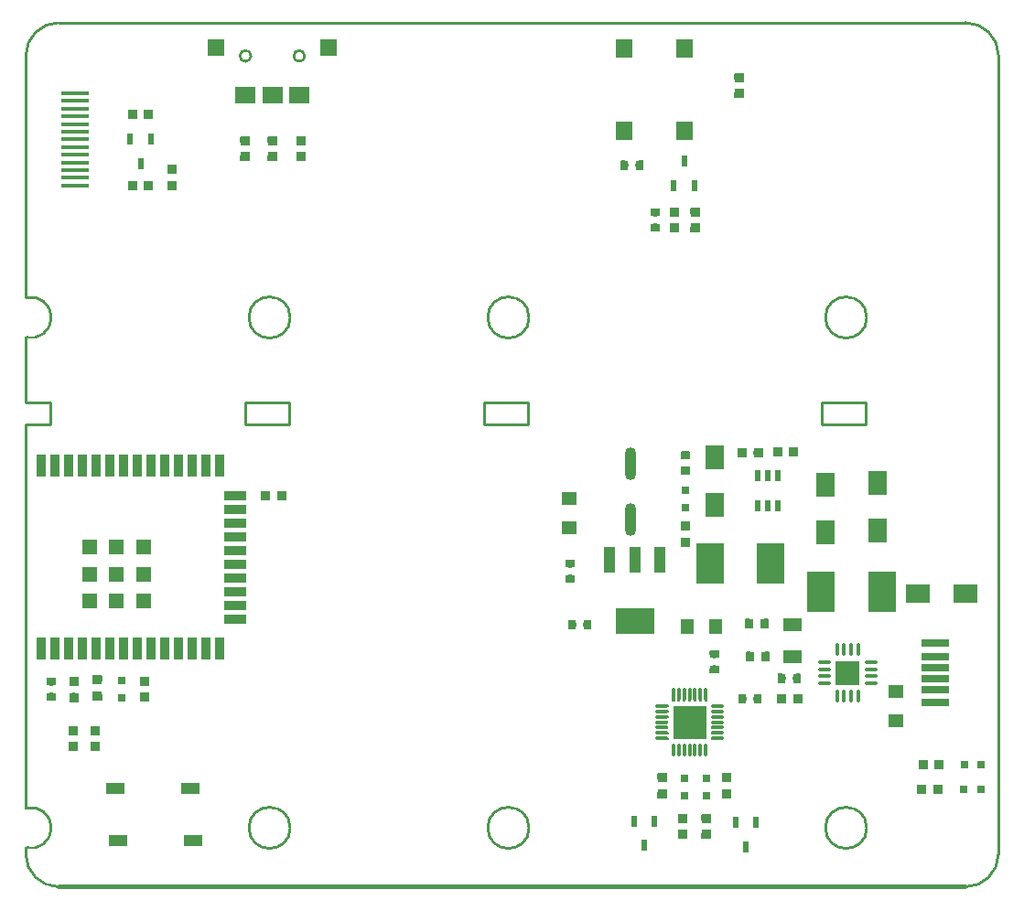
<source format=gtp>
G04*
G04 #@! TF.GenerationSoftware,Altium Limited,Altium Designer,20.2.6 (244)*
G04*
G04 Layer_Color=8421504*
%FSLAX24Y24*%
%MOIN*%
G70*
G04*
G04 #@! TF.SameCoordinates,2017631A-D77C-4579-BA5B-B5A4186395AE*
G04*
G04*
G04 #@! TF.FilePolarity,Positive*
G04*
G01*
G75*
%ADD11C,0.0100*%
%ADD17C,0.0080*%
%ADD18R,0.0340X0.0318*%
%ADD19R,0.0209X0.0421*%
%ADD20R,0.0315X0.0315*%
%ADD21R,0.0315X0.0315*%
%ADD22R,0.0318X0.0340*%
%ADD23R,0.0860X0.0669*%
%ADD24R,0.1000X0.0315*%
%ADD25R,0.1000X0.0276*%
%ADD26R,0.0866X0.0866*%
%ADD27O,0.0500X0.0138*%
%ADD28O,0.0138X0.0500*%
%ADD29R,0.0315X0.0354*%
%ADD30R,0.0670X0.0475*%
%ADD31R,0.0354X0.0315*%
%ADD32R,0.0984X0.1496*%
%ADD33R,0.0669X0.0860*%
%ADD34R,0.0217X0.0394*%
%ADD35O,0.0400X0.1200*%
%ADD36O,0.0500X0.0110*%
%ADD37R,0.1240X0.1240*%
%ADD38O,0.0110X0.0500*%
%ADD39R,0.0472X0.0551*%
%ADD40R,0.1417X0.0972*%
%ADD41R,0.0386X0.0972*%
%ADD42R,0.0700X0.0400*%
%ADD43R,0.0600X0.0700*%
%ADD44R,0.0600X0.0600*%
%ADD45R,0.0750X0.0610*%
%ADD46R,0.1000X0.0160*%
%ADD47R,0.0787X0.0354*%
%ADD48R,0.0354X0.0787*%
%ADD49R,0.0524X0.0524*%
%ADD50R,0.0551X0.0472*%
G36*
X60470Y47580D02*
Y47382D01*
X60354Y47274D01*
X60246D01*
X60130Y47382D01*
Y47580D01*
X60155Y47605D01*
X60445D01*
X60470Y47580D01*
D02*
G37*
G36*
Y46918D02*
Y46720D01*
X60445Y46695D01*
X60155D01*
X60130Y46720D01*
Y46918D01*
X60246Y47026D01*
X60354D01*
X60470Y46918D01*
D02*
G37*
G36*
X38955Y46245D02*
Y45955D01*
X38930Y45930D01*
X38732D01*
X38624Y46046D01*
Y46154D01*
X38732Y46270D01*
X38930D01*
X38955Y46245D01*
D02*
G37*
G36*
X38376Y46154D02*
Y46046D01*
X38268Y45930D01*
X38070D01*
X38045Y45955D01*
Y46245D01*
X38070Y46270D01*
X38268D01*
X38376Y46154D01*
D02*
G37*
G36*
X44520Y45280D02*
Y45082D01*
X44404Y44974D01*
X44296D01*
X44180Y45082D01*
Y45280D01*
X44205Y45305D01*
X44495D01*
X44520Y45280D01*
D02*
G37*
G36*
X43470D02*
Y45082D01*
X43354Y44974D01*
X43246D01*
X43130Y45082D01*
Y45280D01*
X43155Y45305D01*
X43445D01*
X43470Y45280D01*
D02*
G37*
G36*
X42470D02*
Y45082D01*
X42354Y44974D01*
X42246D01*
X42130Y45082D01*
Y45280D01*
X42155Y45305D01*
X42445D01*
X42470Y45280D01*
D02*
G37*
G36*
X44520Y44618D02*
Y44420D01*
X44495Y44395D01*
X44205D01*
X44180Y44420D01*
Y44618D01*
X44296Y44726D01*
X44404D01*
X44520Y44618D01*
D02*
G37*
G36*
X43470D02*
Y44420D01*
X43445Y44395D01*
X43155D01*
X43130Y44420D01*
Y44618D01*
X43246Y44726D01*
X43354D01*
X43470Y44618D01*
D02*
G37*
G36*
X42470D02*
Y44420D01*
X42445Y44395D01*
X42155D01*
X42130Y44420D01*
Y44618D01*
X42246Y44726D01*
X42354D01*
X42470Y44618D01*
D02*
G37*
G36*
X56824Y44395D02*
Y44105D01*
X56799Y44080D01*
X56683D01*
X56524Y44196D01*
Y44304D01*
X56683Y44420D01*
X56799D01*
X56824Y44395D01*
D02*
G37*
G36*
X56276Y44304D02*
Y44196D01*
X56117Y44080D01*
X56001D01*
X55976Y44105D01*
Y44395D01*
X56001Y44420D01*
X56117D01*
X56276Y44304D01*
D02*
G37*
G36*
X39820Y44230D02*
Y44032D01*
X39704Y43924D01*
X39596D01*
X39480Y44032D01*
Y44230D01*
X39505Y44255D01*
X39795D01*
X39820Y44230D01*
D02*
G37*
G36*
Y43568D02*
Y43370D01*
X39795Y43345D01*
X39505D01*
X39480Y43370D01*
Y43568D01*
X39596Y43676D01*
X39704D01*
X39820Y43568D01*
D02*
G37*
G36*
X38955Y43645D02*
Y43355D01*
X38930Y43330D01*
X38732D01*
X38624Y43446D01*
Y43554D01*
X38732Y43670D01*
X38930D01*
X38955Y43645D01*
D02*
G37*
G36*
X38376Y43554D02*
Y43446D01*
X38268Y43330D01*
X38070D01*
X38045Y43355D01*
Y43645D01*
X38070Y43670D01*
X38268D01*
X38376Y43554D01*
D02*
G37*
G36*
X58870Y42680D02*
Y42482D01*
X58754Y42374D01*
X58646D01*
X58530Y42482D01*
Y42680D01*
X58555Y42705D01*
X58845D01*
X58870Y42680D01*
D02*
G37*
G36*
X58120D02*
Y42482D01*
X58004Y42374D01*
X57896D01*
X57780Y42482D01*
Y42680D01*
X57805Y42705D01*
X58095D01*
X58120Y42680D01*
D02*
G37*
G36*
X57420Y42649D02*
Y42533D01*
X57304Y42374D01*
X57196D01*
X57080Y42533D01*
Y42649D01*
X57105Y42674D01*
X57395D01*
X57420Y42649D01*
D02*
G37*
G36*
Y41967D02*
Y41851D01*
X57395Y41826D01*
X57105D01*
X57080Y41851D01*
Y41967D01*
X57196Y42126D01*
X57304D01*
X57420Y41967D01*
D02*
G37*
G36*
X58870Y42018D02*
Y41820D01*
X58845Y41795D01*
X58555D01*
X58530Y41820D01*
Y42018D01*
X58646Y42126D01*
X58754D01*
X58870Y42018D01*
D02*
G37*
G36*
X58120D02*
Y41820D01*
X58095Y41795D01*
X57805D01*
X57780Y41820D01*
Y42018D01*
X57896Y42126D01*
X58004D01*
X58120Y42018D01*
D02*
G37*
G36*
X62455Y33945D02*
Y33655D01*
X62430Y33630D01*
X62232D01*
X62124Y33746D01*
Y33854D01*
X62232Y33970D01*
X62430D01*
X62455Y33945D01*
D02*
G37*
G36*
X61876Y33854D02*
Y33746D01*
X61768Y33630D01*
X61570D01*
X61545Y33655D01*
Y33945D01*
X61570Y33970D01*
X61768D01*
X61876Y33854D01*
D02*
G37*
G36*
X61159Y33920D02*
Y33631D01*
X61134Y33605D01*
X60936D01*
X60828Y33721D01*
Y33830D01*
X60936Y33946D01*
X61134D01*
X61159Y33920D01*
D02*
G37*
G36*
X60580Y33830D02*
Y33721D01*
X60472Y33605D01*
X60274D01*
X60249Y33631D01*
Y33920D01*
X60274Y33946D01*
X60472D01*
X60580Y33830D01*
D02*
G37*
G36*
X58520Y33799D02*
Y33683D01*
X58404Y33524D01*
X58296D01*
X58180Y33683D01*
Y33799D01*
X58205Y33824D01*
X58495D01*
X58520Y33799D01*
D02*
G37*
G36*
Y33117D02*
Y33001D01*
X58495Y32976D01*
X58205D01*
X58180Y33001D01*
Y33117D01*
X58296Y33276D01*
X58404D01*
X58520Y33117D01*
D02*
G37*
G36*
X43805Y32345D02*
Y32055D01*
X43780Y32030D01*
X43582D01*
X43474Y32146D01*
Y32254D01*
X43582Y32370D01*
X43780D01*
X43805Y32345D01*
D02*
G37*
G36*
X43226Y32254D02*
Y32146D01*
X43118Y32030D01*
X42920D01*
X42895Y32055D01*
Y32345D01*
X42920Y32370D01*
X43118D01*
X43226Y32254D01*
D02*
G37*
G36*
X58520Y31230D02*
Y31032D01*
X58404Y30924D01*
X58296D01*
X58180Y31032D01*
Y31230D01*
X58205Y31255D01*
X58495D01*
X58520Y31230D01*
D02*
G37*
G36*
Y30568D02*
Y30370D01*
X58495Y30345D01*
X58205D01*
X58180Y30370D01*
Y30568D01*
X58296Y30676D01*
X58404D01*
X58520Y30568D01*
D02*
G37*
G36*
X54320Y29849D02*
Y29733D01*
X54204Y29574D01*
X54096D01*
X53980Y29733D01*
Y29849D01*
X54005Y29874D01*
X54295D01*
X54320Y29849D01*
D02*
G37*
G36*
Y29167D02*
Y29051D01*
X54295Y29026D01*
X54005D01*
X53980Y29051D01*
Y29167D01*
X54096Y29326D01*
X54204D01*
X54320Y29167D01*
D02*
G37*
G36*
X61374Y27695D02*
Y27405D01*
X61349Y27380D01*
X61233D01*
X61074Y27496D01*
Y27604D01*
X61233Y27720D01*
X61349D01*
X61374Y27695D01*
D02*
G37*
G36*
X60826Y27604D02*
Y27496D01*
X60667Y27380D01*
X60551D01*
X60526Y27405D01*
Y27695D01*
X60551Y27720D01*
X60667D01*
X60826Y27604D01*
D02*
G37*
G36*
X54924Y27645D02*
Y27355D01*
X54899Y27330D01*
X54783D01*
X54624Y27446D01*
Y27554D01*
X54783Y27670D01*
X54899D01*
X54924Y27645D01*
D02*
G37*
G36*
X54376Y27554D02*
Y27446D01*
X54217Y27330D01*
X54101D01*
X54076Y27355D01*
Y27645D01*
X54101Y27670D01*
X54217D01*
X54376Y27554D01*
D02*
G37*
G36*
X62585Y27698D02*
Y27302D01*
X62545Y27262D01*
X62403D01*
X62364Y27302D01*
Y27385D01*
X62324Y27424D01*
X62176D01*
X62136Y27385D01*
Y27302D01*
X62097Y27262D01*
X61955D01*
X61915Y27302D01*
Y27698D01*
X61955Y27738D01*
X62545D01*
X62585Y27698D01*
D02*
G37*
G36*
Y26534D02*
Y26137D01*
X62545Y26098D01*
X61955D01*
X61915Y26137D01*
Y26534D01*
X61955Y26573D01*
X62097D01*
X62136Y26534D01*
Y26451D01*
X62176Y26412D01*
X62324D01*
X62364Y26451D01*
Y26534D01*
X62403Y26573D01*
X62545D01*
X62585Y26534D01*
D02*
G37*
G36*
X59570Y26549D02*
Y26433D01*
X59454Y26274D01*
X59346D01*
X59230Y26433D01*
Y26549D01*
X59255Y26574D01*
X59545D01*
X59570Y26549D01*
D02*
G37*
G36*
X61400Y26495D02*
Y26205D01*
X61375Y26180D01*
X61258D01*
X61100Y26296D01*
Y26404D01*
X61258Y26520D01*
X61375D01*
X61400Y26495D01*
D02*
G37*
G36*
X60852Y26404D02*
Y26296D01*
X60693Y26180D01*
X60576D01*
X60551Y26205D01*
Y26495D01*
X60576Y26520D01*
X60693D01*
X60852Y26404D01*
D02*
G37*
G36*
X59570Y25867D02*
Y25751D01*
X59545Y25726D01*
X59255D01*
X59230Y25751D01*
Y25867D01*
X59346Y26026D01*
X59454D01*
X59570Y25867D01*
D02*
G37*
G36*
X62550Y25695D02*
Y25405D01*
X62525Y25380D01*
X62408D01*
X62250Y25496D01*
Y25604D01*
X62408Y25720D01*
X62525D01*
X62550Y25695D01*
D02*
G37*
G36*
X62002Y25604D02*
Y25496D01*
X61843Y25380D01*
X61726D01*
X61701Y25405D01*
Y25695D01*
X61726Y25720D01*
X61843D01*
X62002Y25604D01*
D02*
G37*
G36*
X37100Y25627D02*
Y25429D01*
X36985Y25321D01*
X36876D01*
X36760Y25429D01*
Y25627D01*
X36785Y25652D01*
X37075D01*
X37100Y25627D01*
D02*
G37*
G36*
X38820Y25580D02*
Y25382D01*
X38704Y25274D01*
X38596D01*
X38480Y25382D01*
Y25580D01*
X38505Y25605D01*
X38795D01*
X38820Y25580D01*
D02*
G37*
G36*
X35420Y25549D02*
Y25433D01*
X35304Y25274D01*
X35196D01*
X35080Y25433D01*
Y25549D01*
X35105Y25574D01*
X35395D01*
X35420Y25549D01*
D02*
G37*
G36*
X36240Y25577D02*
Y25379D01*
X36125Y25271D01*
X36016D01*
X35900Y25379D01*
Y25577D01*
X35926Y25602D01*
X36215D01*
X36240Y25577D01*
D02*
G37*
G36*
X37100Y24965D02*
Y24766D01*
X37075Y24741D01*
X36785D01*
X36760Y24766D01*
Y24965D01*
X36876Y25073D01*
X36985D01*
X37100Y24965D01*
D02*
G37*
G36*
X35420Y24867D02*
Y24751D01*
X35395Y24726D01*
X35105D01*
X35080Y24751D01*
Y24867D01*
X35196Y25026D01*
X35304D01*
X35420Y24867D01*
D02*
G37*
G36*
X59146Y25060D02*
Y25037D01*
Y24773D01*
Y24750D01*
X59114Y24718D01*
X59068D01*
X59036Y24750D01*
Y24773D01*
Y25037D01*
Y25060D01*
X59068Y25092D01*
X59114D01*
X59146Y25060D01*
D02*
G37*
G36*
X58949D02*
Y25037D01*
Y24773D01*
Y24750D01*
X58917Y24718D01*
X58871D01*
X58839Y24750D01*
Y24773D01*
Y25037D01*
Y25060D01*
X58871Y25092D01*
X58917D01*
X58949Y25060D01*
D02*
G37*
G36*
X58752D02*
Y25037D01*
Y24773D01*
Y24750D01*
X58720Y24718D01*
X58674D01*
X58642Y24750D01*
Y24773D01*
Y25037D01*
Y25060D01*
X58674Y25092D01*
X58720D01*
X58752Y25060D01*
D02*
G37*
G36*
X58555D02*
Y25037D01*
Y24773D01*
Y24750D01*
X58523Y24718D01*
X58477D01*
X58445Y24750D01*
Y24773D01*
Y25037D01*
Y25060D01*
X58477Y25092D01*
X58523D01*
X58555Y25060D01*
D02*
G37*
G36*
X58358D02*
Y25037D01*
Y24773D01*
Y24750D01*
X58326Y24718D01*
X58280D01*
X58248Y24750D01*
Y24773D01*
Y25037D01*
Y25060D01*
X58280Y25092D01*
X58326D01*
X58358Y25060D01*
D02*
G37*
G36*
X58161D02*
Y25037D01*
Y24773D01*
Y24750D01*
X58129Y24718D01*
X58083D01*
X58051Y24750D01*
Y24773D01*
Y25037D01*
Y25060D01*
X58083Y25092D01*
X58129D01*
X58161Y25060D01*
D02*
G37*
G36*
X57964D02*
Y25037D01*
Y24773D01*
Y24750D01*
X57932Y24718D01*
X57886D01*
X57854Y24750D01*
Y24773D01*
Y25037D01*
Y25060D01*
X57886Y25092D01*
X57932D01*
X57964Y25060D01*
D02*
G37*
G36*
X38820Y24918D02*
Y24720D01*
X38795Y24695D01*
X38505D01*
X38480Y24720D01*
Y24918D01*
X38596Y25026D01*
X38704D01*
X38820Y24918D01*
D02*
G37*
G36*
X36240Y24915D02*
Y24716D01*
X36215Y24691D01*
X35926D01*
X35900Y24716D01*
Y24915D01*
X36016Y25023D01*
X36125D01*
X36240Y24915D01*
D02*
G37*
G36*
X62609Y24945D02*
Y24655D01*
X62584Y24630D01*
X62385D01*
X62277Y24746D01*
Y24854D01*
X62385Y24970D01*
X62584D01*
X62609Y24945D01*
D02*
G37*
G36*
X62029Y24854D02*
Y24746D01*
X61921Y24630D01*
X61723D01*
X61698Y24655D01*
Y24945D01*
X61723Y24970D01*
X61921D01*
X62029Y24854D01*
D02*
G37*
G36*
X61124Y24945D02*
Y24655D01*
X61099Y24630D01*
X60983D01*
X60824Y24746D01*
Y24854D01*
X60983Y24970D01*
X61099D01*
X61124Y24945D01*
D02*
G37*
G36*
X60576Y24854D02*
Y24746D01*
X60417Y24630D01*
X60301D01*
X60276Y24655D01*
Y24945D01*
X60301Y24970D01*
X60417D01*
X60576Y24854D01*
D02*
G37*
G36*
X59609Y24596D02*
X59641Y24564D01*
Y24518D01*
X59609Y24486D01*
X59587Y24486D01*
Y24486D01*
X59323Y24486D01*
X59300Y24486D01*
X59268Y24518D01*
Y24564D01*
X59300Y24596D01*
X59323Y24596D01*
X59587D01*
X59609Y24596D01*
D02*
G37*
G36*
X57700D02*
X57731Y24564D01*
Y24518D01*
X57700Y24486D01*
X57677Y24486D01*
Y24486D01*
X57413Y24486D01*
X57391Y24486D01*
X57359Y24518D01*
Y24564D01*
X57391Y24596D01*
X57413Y24596D01*
X57677D01*
X57700Y24596D01*
D02*
G37*
G36*
X59609Y24399D02*
X59641Y24367D01*
Y24321D01*
X59609Y24289D01*
X59587Y24289D01*
Y24289D01*
X59323Y24289D01*
X59300Y24289D01*
X59268Y24321D01*
Y24367D01*
X59300Y24399D01*
X59323Y24399D01*
X59587D01*
X59609Y24399D01*
D02*
G37*
G36*
X57700D02*
X57731Y24367D01*
Y24321D01*
X57700Y24289D01*
X57677Y24289D01*
Y24289D01*
X57413Y24289D01*
X57391Y24289D01*
X57359Y24321D01*
Y24367D01*
X57391Y24399D01*
X57413Y24399D01*
X57677D01*
X57700Y24399D01*
D02*
G37*
G36*
X59609Y24202D02*
X59641Y24170D01*
Y24124D01*
X59609Y24092D01*
X59587Y24092D01*
Y24092D01*
X59323Y24092D01*
X59300Y24092D01*
X59268Y24124D01*
Y24170D01*
X59300Y24202D01*
X59323Y24202D01*
X59587D01*
X59609Y24202D01*
D02*
G37*
G36*
X57700D02*
X57731Y24170D01*
Y24124D01*
X57700Y24092D01*
X57677Y24092D01*
Y24092D01*
X57413Y24092D01*
X57391Y24092D01*
X57359Y24124D01*
Y24170D01*
X57391Y24202D01*
X57413Y24202D01*
X57677D01*
X57700Y24202D01*
D02*
G37*
G36*
X59609Y24004D02*
X59640Y23972D01*
Y23928D01*
X59609Y23896D01*
X59587Y23895D01*
X59587Y23895D01*
X59323Y23895D01*
X59301Y23896D01*
X59270Y23928D01*
Y23972D01*
X59301Y24004D01*
X59323Y24005D01*
X59587D01*
X59609Y24004D01*
D02*
G37*
G36*
X57699D02*
X57730Y23972D01*
Y23928D01*
X57699Y23896D01*
X57677Y23895D01*
X57677Y23895D01*
X57413Y23895D01*
X57391Y23896D01*
X57360Y23928D01*
Y23972D01*
X57391Y24004D01*
X57413Y24005D01*
X57677D01*
X57699Y24004D01*
D02*
G37*
G36*
X59609Y23807D02*
X59640Y23775D01*
Y23731D01*
X59609Y23699D01*
X59587Y23698D01*
X59587Y23698D01*
X59323Y23698D01*
X59301Y23699D01*
X59270Y23731D01*
Y23775D01*
X59301Y23807D01*
X59323Y23808D01*
X59587D01*
X59609Y23807D01*
D02*
G37*
G36*
X57699D02*
X57730Y23775D01*
Y23731D01*
X57699Y23699D01*
X57677Y23698D01*
X57677Y23698D01*
X57413Y23698D01*
X57391Y23699D01*
X57360Y23731D01*
Y23775D01*
X57391Y23807D01*
X57413Y23808D01*
X57677D01*
X57699Y23807D01*
D02*
G37*
G36*
X59642Y23579D02*
Y23533D01*
X59609Y23501D01*
X59300D01*
X59268Y23533D01*
Y23579D01*
X59300Y23611D01*
X59609D01*
X59642Y23579D01*
D02*
G37*
G36*
X57732D02*
Y23533D01*
X57700Y23501D01*
X57390D01*
X57358Y23533D01*
Y23579D01*
X57390Y23611D01*
X57700D01*
X57732Y23579D01*
D02*
G37*
G36*
X37020Y23780D02*
Y23582D01*
X36904Y23474D01*
X36796D01*
X36680Y23582D01*
Y23780D01*
X36705Y23805D01*
X36995D01*
X37020Y23780D01*
D02*
G37*
G36*
X36220D02*
Y23582D01*
X36104Y23474D01*
X35996D01*
X35880Y23582D01*
Y23780D01*
X35905Y23805D01*
X36195D01*
X36220Y23780D01*
D02*
G37*
G36*
X58996Y23454D02*
X58004D01*
Y24446D01*
X58996D01*
Y23454D01*
D02*
G37*
G36*
X59642Y23382D02*
Y23336D01*
X59609Y23304D01*
X59300D01*
X59268Y23336D01*
Y23382D01*
X59300Y23414D01*
X59609D01*
X59642Y23382D01*
D02*
G37*
G36*
X57732D02*
Y23336D01*
X57700Y23304D01*
X57390D01*
X57358Y23336D01*
Y23382D01*
X57390Y23414D01*
X57700D01*
X57732Y23382D01*
D02*
G37*
G36*
X37020Y23118D02*
Y22920D01*
X36995Y22895D01*
X36705D01*
X36680Y22920D01*
Y23118D01*
X36796Y23226D01*
X36904D01*
X37020Y23118D01*
D02*
G37*
G36*
X36220D02*
Y22920D01*
X36195Y22895D01*
X35905D01*
X35880Y22920D01*
Y23118D01*
X35996Y23226D01*
X36104D01*
X36220Y23118D01*
D02*
G37*
G36*
X59146Y23150D02*
Y23127D01*
Y22863D01*
Y22841D01*
X59114Y22808D01*
X59068D01*
X59036Y22841D01*
Y22863D01*
Y23127D01*
Y23150D01*
X59068Y23182D01*
X59114D01*
X59146Y23150D01*
D02*
G37*
G36*
X58949D02*
Y23127D01*
Y22863D01*
Y22841D01*
X58917Y22808D01*
X58871D01*
X58839Y22841D01*
Y22863D01*
Y23127D01*
Y23150D01*
X58871Y23182D01*
X58917D01*
X58949Y23150D01*
D02*
G37*
G36*
X58752D02*
Y23127D01*
Y22863D01*
Y22841D01*
X58720Y22808D01*
X58674D01*
X58642Y22841D01*
Y22863D01*
Y23127D01*
Y23150D01*
X58674Y23182D01*
X58720D01*
X58752Y23150D01*
D02*
G37*
G36*
X58555D02*
Y23127D01*
Y22863D01*
Y22841D01*
X58523Y22808D01*
X58477D01*
X58445Y22841D01*
Y22863D01*
Y23127D01*
Y23150D01*
X58477Y23182D01*
X58523D01*
X58555Y23150D01*
D02*
G37*
G36*
X58358D02*
Y23127D01*
Y22863D01*
Y22841D01*
X58326Y22808D01*
X58280D01*
X58248Y22841D01*
Y22863D01*
Y23127D01*
Y23150D01*
X58280Y23182D01*
X58326D01*
X58358Y23150D01*
D02*
G37*
G36*
X58161D02*
Y23127D01*
Y22863D01*
Y22841D01*
X58129Y22808D01*
X58083D01*
X58051Y22841D01*
Y22863D01*
Y23127D01*
Y23150D01*
X58083Y23182D01*
X58129D01*
X58161Y23150D01*
D02*
G37*
G36*
X57964D02*
Y23127D01*
Y22863D01*
Y22841D01*
X57932Y22808D01*
X57886D01*
X57854Y22841D01*
Y22863D01*
Y23127D01*
Y23150D01*
X57886Y23182D01*
X57932D01*
X57964Y23150D01*
D02*
G37*
G36*
X67755Y22545D02*
Y22255D01*
X67730Y22230D01*
X67532D01*
X67424Y22346D01*
Y22454D01*
X67532Y22570D01*
X67730D01*
X67755Y22545D01*
D02*
G37*
G36*
X67176Y22454D02*
Y22346D01*
X67068Y22230D01*
X66870D01*
X66845Y22255D01*
Y22545D01*
X66870Y22570D01*
X67068D01*
X67176Y22454D01*
D02*
G37*
G36*
X60020Y22071D02*
Y21873D01*
X59904Y21765D01*
X59796D01*
X59680Y21873D01*
Y22071D01*
X59705Y22096D01*
X59995D01*
X60020Y22071D01*
D02*
G37*
G36*
X57670D02*
Y21873D01*
X57554Y21765D01*
X57446D01*
X57330Y21873D01*
Y22071D01*
X57355Y22096D01*
X57645D01*
X57670Y22071D01*
D02*
G37*
G36*
X67709Y21645D02*
Y21355D01*
X67684Y21330D01*
X67485D01*
X67377Y21446D01*
Y21554D01*
X67485Y21670D01*
X67684D01*
X67709Y21645D01*
D02*
G37*
G36*
X67129Y21554D02*
Y21446D01*
X67021Y21330D01*
X66823D01*
X66798Y21355D01*
Y21645D01*
X66823Y21670D01*
X67021D01*
X67129Y21554D01*
D02*
G37*
G36*
X60020Y21409D02*
Y21211D01*
X59995Y21185D01*
X59705D01*
X59680Y21211D01*
Y21409D01*
X59796Y21517D01*
X59904D01*
X60020Y21409D01*
D02*
G37*
G36*
X57670D02*
Y21211D01*
X57645Y21185D01*
X57355D01*
X57330Y21211D01*
Y21409D01*
X57446Y21517D01*
X57554D01*
X57670Y21409D01*
D02*
G37*
G36*
X59270Y20580D02*
Y20382D01*
X59154Y20274D01*
X59046D01*
X58930Y20382D01*
Y20580D01*
X58955Y20605D01*
X59245D01*
X59270Y20580D01*
D02*
G37*
G36*
X58420D02*
Y20382D01*
X58304Y20274D01*
X58196D01*
X58080Y20382D01*
Y20580D01*
X58105Y20605D01*
X58395D01*
X58420Y20580D01*
D02*
G37*
G36*
X59270Y19918D02*
Y19720D01*
X59245Y19695D01*
X58955D01*
X58930Y19720D01*
Y19918D01*
X59046Y20026D01*
X59154D01*
X59270Y19918D01*
D02*
G37*
G36*
X58420D02*
Y19720D01*
X58395Y19695D01*
X58105D01*
X58080Y19720D01*
Y19918D01*
X58196Y20026D01*
X58304D01*
X58420Y19918D01*
D02*
G37*
D11*
X42520Y48230D02*
G03*
X42520Y48230I-200J0D01*
G01*
X44480D02*
G03*
X44480Y48230I-200J0D01*
G01*
X69750Y48250D02*
G03*
X68550Y49442I-1196J-4D01*
G01*
X35520D02*
G03*
X34320Y48242I0J-1200D01*
G01*
X68550Y17950D02*
G03*
X69750Y19150I0J1200D01*
G01*
X34320Y19142D02*
G03*
X35520Y17950I1196J4D01*
G01*
X34320Y19372D02*
G03*
X34319Y20828I180J728D01*
G01*
X34324Y37971D02*
G03*
X34325Y39429I176J729D01*
G01*
X64950Y20100D02*
G03*
X64950Y20100I-750J0D01*
G01*
X64950Y38700D02*
G03*
X64950Y38700I-750J0D01*
G01*
X43950Y38700D02*
G03*
X43950Y38700I-750J0D01*
G01*
Y20100D02*
G03*
X43950Y20100I-750J0D01*
G01*
X52650Y38700D02*
G03*
X52650Y38700I-750J0D01*
G01*
X52650Y20100D02*
G03*
X52650Y20100I-750J0D01*
G01*
X34320Y39434D02*
Y48242D01*
X35520Y49442D02*
X68550D01*
X69750Y19150D02*
Y48250D01*
X35520Y17950D02*
X68550D01*
X34320Y19142D02*
Y19372D01*
X34319Y35600D02*
Y37971D01*
Y35600D02*
X35200D01*
X34319Y34800D02*
X34319Y20828D01*
X63300Y34800D02*
Y35600D01*
X64900Y34800D02*
Y35600D01*
X63300D02*
X64900D01*
X63300Y34800D02*
X64900D01*
X51000D02*
X52600D01*
X51000Y35600D02*
X52600D01*
Y34800D02*
Y35600D01*
X51000Y34800D02*
Y35600D01*
X42300Y34800D02*
X43900D01*
X42300Y35600D02*
X43900D01*
Y34800D02*
Y35600D01*
X42300Y34800D02*
Y35600D01*
X35200Y34800D02*
Y35600D01*
X34319Y34800D02*
X35200D01*
D17*
X68550Y17900D02*
G03*
X68600Y17950I0J50D01*
G01*
D02*
G03*
X68550Y18000I-50J0D01*
G01*
X35520D02*
G03*
X35520Y17900I0J-50D01*
G01*
X68550D01*
X35520Y18000D02*
X68550D01*
D18*
X58250Y19853D02*
D03*
Y20447D02*
D03*
X59100Y19853D02*
D03*
Y20447D02*
D03*
X59850Y21937D02*
D03*
Y21344D02*
D03*
X57500Y21937D02*
D03*
Y21344D02*
D03*
X58350Y31097D02*
D03*
Y30503D02*
D03*
X38650Y24853D02*
D03*
Y25447D02*
D03*
X36930Y24900D02*
D03*
Y25493D02*
D03*
X36070Y24850D02*
D03*
Y25443D02*
D03*
X36850Y23647D02*
D03*
Y23053D02*
D03*
X36050Y23647D02*
D03*
Y23053D02*
D03*
X60300Y46853D02*
D03*
Y47447D02*
D03*
X58700Y41953D02*
D03*
Y42547D02*
D03*
X57950Y41953D02*
D03*
Y42547D02*
D03*
X44350Y44553D02*
D03*
Y45147D02*
D03*
X43300Y44553D02*
D03*
Y45147D02*
D03*
X42300Y44553D02*
D03*
Y45147D02*
D03*
X39650Y44097D02*
D03*
Y43503D02*
D03*
D19*
X60924Y20297D02*
D03*
X60176D02*
D03*
X60550Y19403D02*
D03*
X57224Y20347D02*
D03*
X56476D02*
D03*
X56850Y19453D02*
D03*
X57926Y43503D02*
D03*
X58674D02*
D03*
X58300Y44397D02*
D03*
X38874Y45197D02*
D03*
X38126D02*
D03*
X38500Y44303D02*
D03*
D20*
X59101Y21285D02*
D03*
X59098Y21915D02*
D03*
X58318Y21285D02*
D03*
X58315Y21915D02*
D03*
X58349Y32415D02*
D03*
X58351Y31785D02*
D03*
X37825Y24835D02*
D03*
X37822Y25465D02*
D03*
D21*
X69115Y21501D02*
D03*
X68485Y21499D02*
D03*
X69130Y22403D02*
D03*
X68500Y22400D02*
D03*
D22*
X67550Y21500D02*
D03*
X66957D02*
D03*
X67597Y22400D02*
D03*
X67003D02*
D03*
X61857Y24800D02*
D03*
X62450D02*
D03*
X60407Y33775D02*
D03*
X61000D02*
D03*
X38203Y43500D02*
D03*
X38797D02*
D03*
X38203Y46100D02*
D03*
X38797D02*
D03*
X43053Y32200D02*
D03*
X43647D02*
D03*
X61703Y33800D02*
D03*
X62297D02*
D03*
D23*
X66800Y28650D02*
D03*
X68532D02*
D03*
D24*
X67450Y25150D02*
D03*
Y26829D02*
D03*
Y24684D02*
D03*
Y26350D02*
D03*
D25*
Y25550D02*
D03*
Y25950D02*
D03*
D26*
X64250Y25750D02*
D03*
D27*
X63402Y25372D02*
D03*
Y25628D02*
D03*
Y25884D02*
D03*
Y26140D02*
D03*
X65098Y26138D02*
D03*
Y25882D02*
D03*
Y25626D02*
D03*
Y25370D02*
D03*
D28*
X64128Y24902D02*
D03*
X63872D02*
D03*
X64640D02*
D03*
X64384D02*
D03*
X64128Y26598D02*
D03*
X63872D02*
D03*
X64640D02*
D03*
X64384D02*
D03*
D29*
X61850Y25550D02*
D03*
X62401D02*
D03*
X60674Y27550D02*
D03*
X61226D02*
D03*
X60700Y26350D02*
D03*
X61251D02*
D03*
X60976Y24800D02*
D03*
X60424D02*
D03*
X56124Y44250D02*
D03*
X56676D02*
D03*
X54776Y27500D02*
D03*
X54224D02*
D03*
D30*
X62250D02*
D03*
Y26336D02*
D03*
D31*
X59400Y26426D02*
D03*
Y25874D02*
D03*
X58350Y33124D02*
D03*
Y33676D02*
D03*
X35250Y24874D02*
D03*
Y25426D02*
D03*
X57250Y41974D02*
D03*
Y42526D02*
D03*
X54150Y29726D02*
D03*
Y29174D02*
D03*
D32*
X63295Y28700D02*
D03*
X65500D02*
D03*
X61450Y29750D02*
D03*
X59245D02*
D03*
D33*
X65350Y32666D02*
D03*
Y30934D02*
D03*
X63450Y32616D02*
D03*
Y30884D02*
D03*
X59400Y33616D02*
D03*
Y31884D02*
D03*
D34*
X60976Y32951D02*
D03*
X61350D02*
D03*
X61724D02*
D03*
Y31849D02*
D03*
X61350D02*
D03*
X60976D02*
D03*
D35*
X56350Y31320D02*
D03*
Y33380D02*
D03*
D36*
X57495Y24541D02*
D03*
Y23359D02*
D03*
Y23556D02*
D03*
Y23753D02*
D03*
Y23950D02*
D03*
Y24147D02*
D03*
Y24344D02*
D03*
X59505Y24541D02*
D03*
Y24344D02*
D03*
Y24147D02*
D03*
Y23950D02*
D03*
Y23753D02*
D03*
Y23556D02*
D03*
Y23359D02*
D03*
D37*
X58500Y23950D02*
D03*
D38*
X59091Y22945D02*
D03*
X58894D02*
D03*
X58697D02*
D03*
X58500D02*
D03*
X58303D02*
D03*
X58106D02*
D03*
X57909D02*
D03*
Y24955D02*
D03*
X58106D02*
D03*
X58303D02*
D03*
X58500D02*
D03*
X58697D02*
D03*
X58894D02*
D03*
X59091D02*
D03*
D39*
X58400Y27450D02*
D03*
X59463D02*
D03*
D40*
X56500Y27634D02*
D03*
D41*
X55595Y29866D02*
D03*
X56500D02*
D03*
X57406D02*
D03*
D42*
X40428Y19650D02*
D03*
X37672D02*
D03*
X40328Y21550D02*
D03*
X37572D02*
D03*
D43*
X56100Y48500D02*
D03*
Y45500D02*
D03*
X58300Y48500D02*
D03*
Y45500D02*
D03*
D44*
X41250Y48550D02*
D03*
X45350D02*
D03*
D45*
X43300Y46800D02*
D03*
X44280D02*
D03*
X42320D02*
D03*
D46*
X36100Y43790D02*
D03*
Y44070D02*
D03*
Y43510D02*
D03*
Y44350D02*
D03*
Y44630D02*
D03*
Y44910D02*
D03*
Y45190D02*
D03*
Y45470D02*
D03*
Y45750D02*
D03*
Y46030D02*
D03*
Y46310D02*
D03*
Y46590D02*
D03*
Y46870D02*
D03*
D47*
X41960Y28216D02*
D03*
Y29716D02*
D03*
Y31216D02*
D03*
Y32216D02*
D03*
Y27716D02*
D03*
D03*
Y28716D02*
D03*
Y29216D02*
D03*
Y30216D02*
D03*
Y30716D02*
D03*
Y31716D02*
D03*
D48*
X35382Y26619D02*
D03*
X35882D02*
D03*
X36381D02*
D03*
X36881D02*
D03*
X37381D02*
D03*
X37882D02*
D03*
X38382D02*
D03*
X38881D02*
D03*
X39381D02*
D03*
X39881D02*
D03*
X40381D02*
D03*
X34881Y33312D02*
D03*
D03*
X35382D02*
D03*
X35882D02*
D03*
X36381D02*
D03*
X36881D02*
D03*
X37381D02*
D03*
X37882D02*
D03*
X38382D02*
D03*
X38881D02*
D03*
X39381D02*
D03*
X39881D02*
D03*
X40381D02*
D03*
X40882D02*
D03*
X34881Y26619D02*
D03*
D03*
X40882D02*
D03*
X41382D02*
D03*
Y33312D02*
D03*
D49*
X36632Y28366D02*
D03*
D03*
Y29350D02*
D03*
Y30334D02*
D03*
Y28366D02*
D03*
D03*
Y29350D02*
D03*
Y30334D02*
D03*
X37616Y28366D02*
D03*
D03*
Y29350D02*
D03*
Y30334D02*
D03*
X38600Y28366D02*
D03*
D03*
Y29350D02*
D03*
Y30334D02*
D03*
D50*
X66000Y25064D02*
D03*
Y24001D02*
D03*
X54100Y31051D02*
D03*
Y32114D02*
D03*
M02*

</source>
